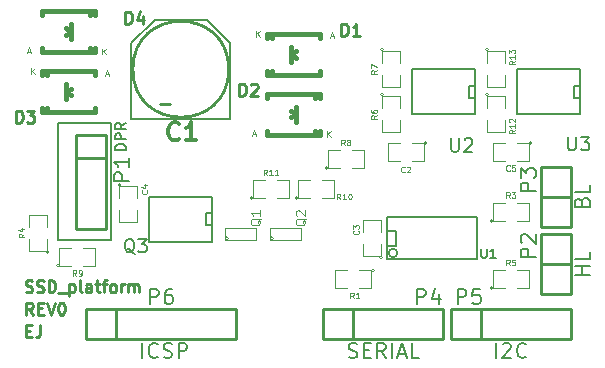
<source format=gto>
%FSLAX34Y34*%
G04 Gerber Fmt 3.4, Leading zero omitted, Abs format*
G04 (created by PCBNEW (2014-jan-25)-product) date lör  3 maj 2014 21:13:59*
%MOIN*%
G01*
G70*
G90*
G04 APERTURE LIST*
%ADD10C,0.003937*%
%ADD11C,0.009843*%
%ADD12C,0.006500*%
%ADD13C,0.006000*%
%ADD14C,0.005000*%
%ADD15C,0.003100*%
%ADD16C,0.005906*%
%ADD17C,0.010000*%
%ADD18C,0.003900*%
%ADD19C,0.015000*%
%ADD20C,0.004700*%
%ADD21C,0.012000*%
%ADD22C,0.008000*%
%ADD23C,0.004300*%
G04 APERTURE END LIST*
G54D10*
G54D11*
X10593Y-19971D02*
X10724Y-19971D01*
X10781Y-20178D02*
X10593Y-20178D01*
X10593Y-19784D01*
X10781Y-19784D01*
X11062Y-19784D02*
X11062Y-20065D01*
X11043Y-20121D01*
X11006Y-20159D01*
X10949Y-20178D01*
X10912Y-20178D01*
X10818Y-19428D02*
X10687Y-19240D01*
X10593Y-19428D02*
X10593Y-19034D01*
X10743Y-19034D01*
X10781Y-19053D01*
X10799Y-19071D01*
X10818Y-19109D01*
X10818Y-19165D01*
X10799Y-19203D01*
X10781Y-19221D01*
X10743Y-19240D01*
X10593Y-19240D01*
X10987Y-19221D02*
X11118Y-19221D01*
X11174Y-19428D02*
X10987Y-19428D01*
X10987Y-19034D01*
X11174Y-19034D01*
X11287Y-19034D02*
X11418Y-19428D01*
X11549Y-19034D01*
X11756Y-19034D02*
X11793Y-19034D01*
X11831Y-19053D01*
X11849Y-19071D01*
X11868Y-19109D01*
X11887Y-19184D01*
X11887Y-19278D01*
X11868Y-19353D01*
X11849Y-19390D01*
X11831Y-19409D01*
X11793Y-19428D01*
X11756Y-19428D01*
X11718Y-19409D01*
X11699Y-19390D01*
X11681Y-19353D01*
X11662Y-19278D01*
X11662Y-19184D01*
X11681Y-19109D01*
X11699Y-19071D01*
X11718Y-19053D01*
X11756Y-19034D01*
X10574Y-18659D02*
X10631Y-18678D01*
X10724Y-18678D01*
X10762Y-18659D01*
X10781Y-18640D01*
X10799Y-18603D01*
X10799Y-18565D01*
X10781Y-18528D01*
X10762Y-18509D01*
X10724Y-18490D01*
X10649Y-18471D01*
X10612Y-18453D01*
X10593Y-18434D01*
X10574Y-18396D01*
X10574Y-18359D01*
X10593Y-18321D01*
X10612Y-18303D01*
X10649Y-18284D01*
X10743Y-18284D01*
X10799Y-18303D01*
X10949Y-18659D02*
X11006Y-18678D01*
X11099Y-18678D01*
X11137Y-18659D01*
X11156Y-18640D01*
X11174Y-18603D01*
X11174Y-18565D01*
X11156Y-18528D01*
X11137Y-18509D01*
X11099Y-18490D01*
X11024Y-18471D01*
X10987Y-18453D01*
X10968Y-18434D01*
X10949Y-18396D01*
X10949Y-18359D01*
X10968Y-18321D01*
X10987Y-18303D01*
X11024Y-18284D01*
X11118Y-18284D01*
X11174Y-18303D01*
X11343Y-18678D02*
X11343Y-18284D01*
X11437Y-18284D01*
X11493Y-18303D01*
X11531Y-18340D01*
X11549Y-18378D01*
X11568Y-18453D01*
X11568Y-18509D01*
X11549Y-18584D01*
X11531Y-18621D01*
X11493Y-18659D01*
X11437Y-18678D01*
X11343Y-18678D01*
X11643Y-18715D02*
X11943Y-18715D01*
X12037Y-18415D02*
X12037Y-18809D01*
X12037Y-18434D02*
X12074Y-18415D01*
X12149Y-18415D01*
X12187Y-18434D01*
X12206Y-18453D01*
X12224Y-18490D01*
X12224Y-18603D01*
X12206Y-18640D01*
X12187Y-18659D01*
X12149Y-18678D01*
X12074Y-18678D01*
X12037Y-18659D01*
X12449Y-18678D02*
X12412Y-18659D01*
X12393Y-18621D01*
X12393Y-18284D01*
X12768Y-18678D02*
X12768Y-18471D01*
X12749Y-18434D01*
X12712Y-18415D01*
X12637Y-18415D01*
X12599Y-18434D01*
X12768Y-18659D02*
X12730Y-18678D01*
X12637Y-18678D01*
X12599Y-18659D01*
X12580Y-18621D01*
X12580Y-18584D01*
X12599Y-18546D01*
X12637Y-18528D01*
X12730Y-18528D01*
X12768Y-18509D01*
X12899Y-18415D02*
X13049Y-18415D01*
X12955Y-18284D02*
X12955Y-18621D01*
X12974Y-18659D01*
X13012Y-18678D01*
X13049Y-18678D01*
X13124Y-18415D02*
X13274Y-18415D01*
X13180Y-18678D02*
X13180Y-18340D01*
X13199Y-18303D01*
X13237Y-18284D01*
X13274Y-18284D01*
X13462Y-18678D02*
X13424Y-18659D01*
X13405Y-18640D01*
X13387Y-18603D01*
X13387Y-18490D01*
X13405Y-18453D01*
X13424Y-18434D01*
X13462Y-18415D01*
X13518Y-18415D01*
X13555Y-18434D01*
X13574Y-18453D01*
X13593Y-18490D01*
X13593Y-18603D01*
X13574Y-18640D01*
X13555Y-18659D01*
X13518Y-18678D01*
X13462Y-18678D01*
X13762Y-18678D02*
X13762Y-18415D01*
X13762Y-18490D02*
X13780Y-18453D01*
X13799Y-18434D01*
X13837Y-18415D01*
X13874Y-18415D01*
X14005Y-18678D02*
X14005Y-18415D01*
X14005Y-18453D02*
X14024Y-18434D01*
X14062Y-18415D01*
X14118Y-18415D01*
X14155Y-18434D01*
X14174Y-18471D01*
X14174Y-18678D01*
X14174Y-18471D02*
X14193Y-18434D01*
X14230Y-18415D01*
X14287Y-18415D01*
X14324Y-18434D01*
X14343Y-18471D01*
X14343Y-18678D01*
G54D12*
X25625Y-16175D02*
X22625Y-16175D01*
X22625Y-17575D02*
X25625Y-17575D01*
X25625Y-16175D02*
X25625Y-17575D01*
G54D13*
X22625Y-17575D02*
X22625Y-16175D01*
G54D14*
X22966Y-17375D02*
G75*
G03X22966Y-17375I-141J0D01*
G74*
G01*
X22625Y-16625D02*
X22925Y-16625D01*
X22925Y-16625D02*
X22925Y-17125D01*
X22925Y-17125D02*
X22625Y-17125D01*
G54D15*
X18849Y-16888D02*
G75*
G03X18849Y-16888I-62J0D01*
G74*
G01*
X19750Y-16550D02*
X19750Y-16950D01*
X18725Y-16550D02*
X18725Y-16950D01*
X19750Y-16950D02*
X18725Y-16950D01*
X18725Y-16550D02*
X19750Y-16550D01*
X17349Y-16888D02*
G75*
G03X17349Y-16888I-62J0D01*
G74*
G01*
X18250Y-16550D02*
X18250Y-16950D01*
X17225Y-16550D02*
X17225Y-16950D01*
X18250Y-16950D02*
X17225Y-16950D01*
X17225Y-16550D02*
X18250Y-16550D01*
G54D16*
X14096Y-10383D02*
X14096Y-12903D01*
X16616Y-9596D02*
X14883Y-9596D01*
X17403Y-10383D02*
X17403Y-12903D01*
X14096Y-10383D02*
X14883Y-9596D01*
X17403Y-10383D02*
X16616Y-9596D01*
X14096Y-12903D02*
X17403Y-12903D01*
G54D17*
X17350Y-11250D02*
G75*
G03X17350Y-11250I-1600J0D01*
G74*
G01*
X15400Y-12400D02*
X15050Y-12400D01*
G54D14*
X29050Y-11300D02*
X29050Y-11250D01*
X29050Y-11250D02*
X26950Y-11250D01*
X26950Y-12750D02*
X29050Y-12750D01*
X29050Y-12750D02*
X29050Y-11300D01*
X29050Y-12200D02*
X28850Y-12200D01*
X28850Y-12200D02*
X28850Y-11800D01*
X28850Y-11800D02*
X29050Y-11800D01*
X26950Y-12750D02*
X26950Y-11250D01*
X25550Y-11300D02*
X25550Y-11250D01*
X25550Y-11250D02*
X23450Y-11250D01*
X23450Y-12750D02*
X25550Y-12750D01*
X25550Y-12750D02*
X25550Y-11300D01*
X25550Y-12200D02*
X25350Y-12200D01*
X25350Y-12200D02*
X25350Y-11800D01*
X25350Y-11800D02*
X25550Y-11800D01*
X23450Y-12750D02*
X23450Y-11250D01*
G54D16*
X13419Y-13051D02*
X11647Y-13051D01*
X11647Y-13051D02*
X11647Y-16948D01*
X11647Y-16948D02*
X13419Y-16948D01*
X13419Y-16948D02*
X13419Y-13051D01*
G54D17*
X13242Y-13425D02*
X12257Y-13425D01*
X12257Y-13425D02*
X12257Y-16574D01*
X12257Y-16574D02*
X13242Y-16574D01*
X13242Y-16574D02*
X13242Y-13425D01*
X13242Y-14212D02*
X12257Y-14212D01*
X27750Y-17750D02*
X28750Y-17750D01*
X27750Y-18750D02*
X28750Y-18750D01*
X28750Y-18750D02*
X28750Y-17750D01*
X28750Y-17750D02*
X28750Y-16750D01*
X28750Y-16750D02*
X27750Y-16750D01*
X27750Y-16750D02*
X27750Y-18750D01*
X27750Y-15500D02*
X28750Y-15500D01*
X27750Y-16500D02*
X28750Y-16500D01*
X28750Y-16500D02*
X28750Y-15500D01*
X28750Y-15500D02*
X28750Y-14500D01*
X28750Y-14500D02*
X27750Y-14500D01*
X27750Y-14500D02*
X27750Y-16500D01*
G54D14*
X16800Y-15550D02*
X16800Y-15500D01*
X16800Y-15500D02*
X14700Y-15500D01*
X14700Y-17000D02*
X16800Y-17000D01*
X16800Y-17000D02*
X16800Y-15550D01*
X16800Y-16450D02*
X16600Y-16450D01*
X16600Y-16450D02*
X16600Y-16050D01*
X16600Y-16050D02*
X16800Y-16050D01*
X14700Y-17000D02*
X14700Y-15500D01*
G54D17*
X21500Y-20250D02*
X24500Y-20250D01*
X21500Y-19250D02*
X24500Y-19250D01*
X20500Y-19250D02*
X21500Y-19250D01*
X24500Y-20250D02*
X24500Y-19250D01*
X21500Y-19250D02*
X21500Y-20250D01*
X20500Y-19250D02*
X20500Y-20250D01*
X20500Y-20250D02*
X21500Y-20250D01*
X25750Y-20250D02*
X28750Y-20250D01*
X25750Y-19250D02*
X28750Y-19250D01*
X24750Y-19250D02*
X25750Y-19250D01*
X28750Y-20250D02*
X28750Y-19250D01*
X25750Y-19250D02*
X25750Y-20250D01*
X24750Y-19250D02*
X24750Y-20250D01*
X24750Y-20250D02*
X25750Y-20250D01*
G54D18*
X22475Y-17525D02*
G75*
G03X22475Y-17525I-50J0D01*
G74*
G01*
X22425Y-17075D02*
X22425Y-17475D01*
X22425Y-17475D02*
X21825Y-17475D01*
X21825Y-17475D02*
X21825Y-17075D01*
X21825Y-16675D02*
X21825Y-16275D01*
X21825Y-16275D02*
X22425Y-16275D01*
X22425Y-16275D02*
X22425Y-16675D01*
X13750Y-15100D02*
G75*
G03X13750Y-15100I-50J0D01*
G74*
G01*
X13700Y-15550D02*
X13700Y-15150D01*
X13700Y-15150D02*
X14300Y-15150D01*
X14300Y-15150D02*
X14300Y-15550D01*
X14300Y-15950D02*
X14300Y-16350D01*
X14300Y-16350D02*
X13700Y-16350D01*
X13700Y-16350D02*
X13700Y-15950D01*
X22200Y-17950D02*
G75*
G03X22200Y-17950I-50J0D01*
G74*
G01*
X21700Y-17950D02*
X22100Y-17950D01*
X22100Y-17950D02*
X22100Y-18550D01*
X22100Y-18550D02*
X21700Y-18550D01*
X21300Y-18550D02*
X20900Y-18550D01*
X20900Y-18550D02*
X20900Y-17950D01*
X20900Y-17950D02*
X21300Y-17950D01*
X26150Y-16300D02*
G75*
G03X26150Y-16300I-50J0D01*
G74*
G01*
X26550Y-16300D02*
X26150Y-16300D01*
X26150Y-16300D02*
X26150Y-15700D01*
X26150Y-15700D02*
X26550Y-15700D01*
X26950Y-15700D02*
X27350Y-15700D01*
X27350Y-15700D02*
X27350Y-16300D01*
X27350Y-16300D02*
X26950Y-16300D01*
X11350Y-17350D02*
G75*
G03X11350Y-17350I-50J0D01*
G74*
G01*
X11300Y-16900D02*
X11300Y-17300D01*
X11300Y-17300D02*
X10700Y-17300D01*
X10700Y-17300D02*
X10700Y-16900D01*
X10700Y-16500D02*
X10700Y-16100D01*
X10700Y-16100D02*
X11300Y-16100D01*
X11300Y-16100D02*
X11300Y-16500D01*
X26150Y-18550D02*
G75*
G03X26150Y-18550I-50J0D01*
G74*
G01*
X26550Y-18550D02*
X26150Y-18550D01*
X26150Y-18550D02*
X26150Y-17950D01*
X26150Y-17950D02*
X26550Y-17950D01*
X26950Y-17950D02*
X27350Y-17950D01*
X27350Y-17950D02*
X27350Y-18550D01*
X27350Y-18550D02*
X26950Y-18550D01*
X22500Y-12100D02*
G75*
G03X22500Y-12100I-50J0D01*
G74*
G01*
X22450Y-12550D02*
X22450Y-12150D01*
X22450Y-12150D02*
X23050Y-12150D01*
X23050Y-12150D02*
X23050Y-12550D01*
X23050Y-12950D02*
X23050Y-13350D01*
X23050Y-13350D02*
X22450Y-13350D01*
X22450Y-13350D02*
X22450Y-12950D01*
X22500Y-10600D02*
G75*
G03X22500Y-10600I-50J0D01*
G74*
G01*
X22450Y-11050D02*
X22450Y-10650D01*
X22450Y-10650D02*
X23050Y-10650D01*
X23050Y-10650D02*
X23050Y-11050D01*
X23050Y-11450D02*
X23050Y-11850D01*
X23050Y-11850D02*
X22450Y-11850D01*
X22450Y-11850D02*
X22450Y-11450D01*
X20650Y-14550D02*
G75*
G03X20650Y-14550I-50J0D01*
G74*
G01*
X21050Y-14550D02*
X20650Y-14550D01*
X20650Y-14550D02*
X20650Y-13950D01*
X20650Y-13950D02*
X21050Y-13950D01*
X21450Y-13950D02*
X21850Y-13950D01*
X21850Y-13950D02*
X21850Y-14550D01*
X21850Y-14550D02*
X21450Y-14550D01*
X11700Y-17800D02*
G75*
G03X11700Y-17800I-50J0D01*
G74*
G01*
X12100Y-17800D02*
X11700Y-17800D01*
X11700Y-17800D02*
X11700Y-17200D01*
X11700Y-17200D02*
X12100Y-17200D01*
X12500Y-17200D02*
X12900Y-17200D01*
X12900Y-17200D02*
X12900Y-17800D01*
X12900Y-17800D02*
X12500Y-17800D01*
X19650Y-15550D02*
G75*
G03X19650Y-15550I-50J0D01*
G74*
G01*
X20050Y-15550D02*
X19650Y-15550D01*
X19650Y-15550D02*
X19650Y-14950D01*
X19650Y-14950D02*
X20050Y-14950D01*
X20450Y-14950D02*
X20850Y-14950D01*
X20850Y-14950D02*
X20850Y-15550D01*
X20850Y-15550D02*
X20450Y-15550D01*
X18150Y-15550D02*
G75*
G03X18150Y-15550I-50J0D01*
G74*
G01*
X18550Y-15550D02*
X18150Y-15550D01*
X18150Y-15550D02*
X18150Y-14950D01*
X18150Y-14950D02*
X18550Y-14950D01*
X18950Y-14950D02*
X19350Y-14950D01*
X19350Y-14950D02*
X19350Y-15550D01*
X19350Y-15550D02*
X18950Y-15550D01*
X26000Y-12100D02*
G75*
G03X26000Y-12100I-50J0D01*
G74*
G01*
X25950Y-12550D02*
X25950Y-12150D01*
X25950Y-12150D02*
X26550Y-12150D01*
X26550Y-12150D02*
X26550Y-12550D01*
X26550Y-12950D02*
X26550Y-13350D01*
X26550Y-13350D02*
X25950Y-13350D01*
X25950Y-13350D02*
X25950Y-12950D01*
X26000Y-10600D02*
G75*
G03X26000Y-10600I-50J0D01*
G74*
G01*
X25950Y-11050D02*
X25950Y-10650D01*
X25950Y-10650D02*
X26550Y-10650D01*
X26550Y-10650D02*
X26550Y-11050D01*
X26550Y-11450D02*
X26550Y-11850D01*
X26550Y-11850D02*
X25950Y-11850D01*
X25950Y-11850D02*
X25950Y-11450D01*
G54D19*
X19579Y-12494D02*
X19579Y-13006D01*
X19579Y-12750D02*
X19421Y-12848D01*
X19579Y-12750D02*
X19421Y-12632D01*
X20209Y-13439D02*
X20209Y-13301D01*
X20209Y-12061D02*
X20209Y-12199D01*
X20386Y-13439D02*
X20386Y-13301D01*
X18614Y-13439D02*
X18614Y-13301D01*
X18614Y-12061D02*
X18614Y-12199D01*
X20386Y-12061D02*
X20386Y-12199D01*
X18614Y-13439D02*
X20386Y-13439D01*
X18614Y-12061D02*
X20386Y-12061D01*
X19421Y-11006D02*
X19421Y-10494D01*
X19421Y-10750D02*
X19579Y-10652D01*
X19421Y-10750D02*
X19579Y-10868D01*
X18791Y-10061D02*
X18791Y-10199D01*
X18791Y-11439D02*
X18791Y-11301D01*
X18614Y-10061D02*
X18614Y-10199D01*
X20386Y-10061D02*
X20386Y-10199D01*
X20386Y-11439D02*
X20386Y-11301D01*
X18614Y-11439D02*
X18614Y-11301D01*
X20386Y-10061D02*
X18614Y-10061D01*
X20386Y-11439D02*
X18614Y-11439D01*
X11921Y-12256D02*
X11921Y-11744D01*
X11921Y-12000D02*
X12079Y-11902D01*
X11921Y-12000D02*
X12079Y-12118D01*
X11291Y-11311D02*
X11291Y-11449D01*
X11291Y-12689D02*
X11291Y-12551D01*
X11114Y-11311D02*
X11114Y-11449D01*
X12886Y-11311D02*
X12886Y-11449D01*
X12886Y-12689D02*
X12886Y-12551D01*
X11114Y-12689D02*
X11114Y-12551D01*
X12886Y-11311D02*
X11114Y-11311D01*
X12886Y-12689D02*
X11114Y-12689D01*
X12079Y-9744D02*
X12079Y-10256D01*
X12079Y-10000D02*
X11921Y-10098D01*
X12079Y-10000D02*
X11921Y-9882D01*
X12709Y-10689D02*
X12709Y-10551D01*
X12709Y-9311D02*
X12709Y-9449D01*
X12886Y-10689D02*
X12886Y-10551D01*
X11114Y-10689D02*
X11114Y-10551D01*
X11114Y-9311D02*
X11114Y-9449D01*
X12886Y-9311D02*
X12886Y-9449D01*
X11114Y-10689D02*
X12886Y-10689D01*
X11114Y-9311D02*
X12886Y-9311D01*
G54D18*
X23950Y-13700D02*
G75*
G03X23950Y-13700I-50J0D01*
G74*
G01*
X23450Y-13700D02*
X23850Y-13700D01*
X23850Y-13700D02*
X23850Y-14300D01*
X23850Y-14300D02*
X23450Y-14300D01*
X23050Y-14300D02*
X22650Y-14300D01*
X22650Y-14300D02*
X22650Y-13700D01*
X22650Y-13700D02*
X23050Y-13700D01*
X27450Y-13700D02*
G75*
G03X27450Y-13700I-50J0D01*
G74*
G01*
X26950Y-13700D02*
X27350Y-13700D01*
X27350Y-13700D02*
X27350Y-14300D01*
X27350Y-14300D02*
X26950Y-14300D01*
X26550Y-14300D02*
X26150Y-14300D01*
X26150Y-14300D02*
X26150Y-13700D01*
X26150Y-13700D02*
X26550Y-13700D01*
G54D17*
X13600Y-19250D02*
X17600Y-19250D01*
X17600Y-19250D02*
X17600Y-20250D01*
X17600Y-20250D02*
X13600Y-20250D01*
X12600Y-19250D02*
X13600Y-19250D01*
X13600Y-19250D02*
X13600Y-20250D01*
X12600Y-19250D02*
X12600Y-20250D01*
X12600Y-20250D02*
X13600Y-20250D01*
G54D14*
X25771Y-17235D02*
X25771Y-17478D01*
X25785Y-17507D01*
X25800Y-17521D01*
X25828Y-17535D01*
X25885Y-17535D01*
X25914Y-17521D01*
X25928Y-17507D01*
X25942Y-17478D01*
X25942Y-17235D01*
X26242Y-17535D02*
X26071Y-17535D01*
X26157Y-17535D02*
X26157Y-17235D01*
X26128Y-17278D01*
X26100Y-17307D01*
X26071Y-17321D01*
G54D20*
X19914Y-16228D02*
X19900Y-16257D01*
X19871Y-16285D01*
X19828Y-16328D01*
X19814Y-16357D01*
X19814Y-16385D01*
X19885Y-16371D02*
X19871Y-16400D01*
X19842Y-16428D01*
X19785Y-16442D01*
X19685Y-16442D01*
X19628Y-16428D01*
X19600Y-16400D01*
X19585Y-16371D01*
X19585Y-16314D01*
X19600Y-16285D01*
X19628Y-16257D01*
X19685Y-16242D01*
X19785Y-16242D01*
X19842Y-16257D01*
X19871Y-16285D01*
X19885Y-16314D01*
X19885Y-16371D01*
X19614Y-16128D02*
X19600Y-16114D01*
X19585Y-16085D01*
X19585Y-16014D01*
X19600Y-15985D01*
X19614Y-15971D01*
X19642Y-15957D01*
X19671Y-15957D01*
X19714Y-15971D01*
X19885Y-16142D01*
X19885Y-15957D01*
X18414Y-16228D02*
X18400Y-16257D01*
X18371Y-16285D01*
X18328Y-16328D01*
X18314Y-16357D01*
X18314Y-16385D01*
X18385Y-16371D02*
X18371Y-16400D01*
X18342Y-16428D01*
X18285Y-16442D01*
X18185Y-16442D01*
X18128Y-16428D01*
X18100Y-16400D01*
X18085Y-16371D01*
X18085Y-16314D01*
X18100Y-16285D01*
X18128Y-16257D01*
X18185Y-16242D01*
X18285Y-16242D01*
X18342Y-16257D01*
X18371Y-16285D01*
X18385Y-16314D01*
X18385Y-16371D01*
X18385Y-15957D02*
X18385Y-16128D01*
X18385Y-16042D02*
X18085Y-16042D01*
X18128Y-16071D01*
X18157Y-16100D01*
X18171Y-16128D01*
G54D21*
X15700Y-13564D02*
X15671Y-13592D01*
X15585Y-13621D01*
X15528Y-13621D01*
X15442Y-13592D01*
X15385Y-13535D01*
X15357Y-13478D01*
X15328Y-13364D01*
X15328Y-13278D01*
X15357Y-13164D01*
X15385Y-13107D01*
X15442Y-13050D01*
X15528Y-13021D01*
X15585Y-13021D01*
X15671Y-13050D01*
X15700Y-13078D01*
X16271Y-13621D02*
X15928Y-13621D01*
X16100Y-13621D02*
X16100Y-13021D01*
X16042Y-13107D01*
X15985Y-13164D01*
X15928Y-13192D01*
G54D13*
X28657Y-13503D02*
X28657Y-13867D01*
X28678Y-13910D01*
X28700Y-13932D01*
X28742Y-13953D01*
X28828Y-13953D01*
X28871Y-13932D01*
X28892Y-13910D01*
X28914Y-13867D01*
X28914Y-13503D01*
X29085Y-13503D02*
X29364Y-13503D01*
X29214Y-13675D01*
X29278Y-13675D01*
X29321Y-13696D01*
X29342Y-13717D01*
X29364Y-13760D01*
X29364Y-13867D01*
X29342Y-13910D01*
X29321Y-13932D01*
X29278Y-13953D01*
X29150Y-13953D01*
X29107Y-13932D01*
X29085Y-13910D01*
X24757Y-13553D02*
X24757Y-13917D01*
X24778Y-13960D01*
X24800Y-13982D01*
X24842Y-14003D01*
X24928Y-14003D01*
X24971Y-13982D01*
X24992Y-13960D01*
X25014Y-13917D01*
X25014Y-13553D01*
X25207Y-13596D02*
X25228Y-13575D01*
X25271Y-13553D01*
X25378Y-13553D01*
X25421Y-13575D01*
X25442Y-13596D01*
X25464Y-13639D01*
X25464Y-13682D01*
X25442Y-13746D01*
X25185Y-14003D01*
X25464Y-14003D01*
G54D22*
X14026Y-14969D02*
X13526Y-14969D01*
X13526Y-14778D01*
X13550Y-14730D01*
X13573Y-14707D01*
X13621Y-14683D01*
X13692Y-14683D01*
X13740Y-14707D01*
X13764Y-14730D01*
X13788Y-14778D01*
X13788Y-14969D01*
X14026Y-14207D02*
X14026Y-14492D01*
X14026Y-14350D02*
X13526Y-14350D01*
X13597Y-14397D01*
X13645Y-14445D01*
X13669Y-14492D01*
X13908Y-13941D02*
X13558Y-13941D01*
X13558Y-13858D01*
X13575Y-13808D01*
X13608Y-13775D01*
X13641Y-13758D01*
X13708Y-13741D01*
X13758Y-13741D01*
X13825Y-13758D01*
X13858Y-13775D01*
X13891Y-13808D01*
X13908Y-13858D01*
X13908Y-13941D01*
X13908Y-13591D02*
X13558Y-13591D01*
X13558Y-13458D01*
X13575Y-13425D01*
X13591Y-13408D01*
X13625Y-13391D01*
X13675Y-13391D01*
X13708Y-13408D01*
X13725Y-13425D01*
X13741Y-13458D01*
X13741Y-13591D01*
X13908Y-13041D02*
X13741Y-13158D01*
X13908Y-13241D02*
X13558Y-13241D01*
X13558Y-13108D01*
X13575Y-13075D01*
X13591Y-13058D01*
X13625Y-13041D01*
X13675Y-13041D01*
X13708Y-13058D01*
X13725Y-13075D01*
X13741Y-13108D01*
X13741Y-13241D01*
X27576Y-17519D02*
X27076Y-17519D01*
X27076Y-17328D01*
X27100Y-17280D01*
X27123Y-17257D01*
X27171Y-17233D01*
X27242Y-17233D01*
X27290Y-17257D01*
X27314Y-17280D01*
X27338Y-17328D01*
X27338Y-17519D01*
X27123Y-17042D02*
X27100Y-17019D01*
X27076Y-16971D01*
X27076Y-16852D01*
X27100Y-16804D01*
X27123Y-16780D01*
X27171Y-16757D01*
X27219Y-16757D01*
X27290Y-16780D01*
X27576Y-17066D01*
X27576Y-16757D01*
X29376Y-18095D02*
X28876Y-18095D01*
X29114Y-18095D02*
X29114Y-17809D01*
X29376Y-17809D02*
X28876Y-17809D01*
X29376Y-17333D02*
X29376Y-17571D01*
X28876Y-17571D01*
X27576Y-15319D02*
X27076Y-15319D01*
X27076Y-15128D01*
X27100Y-15080D01*
X27123Y-15057D01*
X27171Y-15033D01*
X27242Y-15033D01*
X27290Y-15057D01*
X27314Y-15080D01*
X27338Y-15128D01*
X27338Y-15319D01*
X27076Y-14866D02*
X27076Y-14557D01*
X27266Y-14723D01*
X27266Y-14652D01*
X27290Y-14604D01*
X27314Y-14580D01*
X27361Y-14557D01*
X27480Y-14557D01*
X27528Y-14580D01*
X27552Y-14604D01*
X27576Y-14652D01*
X27576Y-14795D01*
X27552Y-14842D01*
X27528Y-14866D01*
X29114Y-15666D02*
X29138Y-15595D01*
X29161Y-15571D01*
X29209Y-15547D01*
X29280Y-15547D01*
X29328Y-15571D01*
X29352Y-15595D01*
X29376Y-15642D01*
X29376Y-15833D01*
X28876Y-15833D01*
X28876Y-15666D01*
X28900Y-15619D01*
X28923Y-15595D01*
X28971Y-15571D01*
X29019Y-15571D01*
X29066Y-15595D01*
X29090Y-15619D01*
X29114Y-15666D01*
X29114Y-15833D01*
X29376Y-15095D02*
X29376Y-15333D01*
X28876Y-15333D01*
G54D13*
X14207Y-17396D02*
X14164Y-17375D01*
X14121Y-17332D01*
X14057Y-17267D01*
X14014Y-17246D01*
X13971Y-17246D01*
X13992Y-17353D02*
X13950Y-17332D01*
X13907Y-17289D01*
X13885Y-17203D01*
X13885Y-17053D01*
X13907Y-16967D01*
X13950Y-16925D01*
X13992Y-16903D01*
X14078Y-16903D01*
X14121Y-16925D01*
X14164Y-16967D01*
X14185Y-17053D01*
X14185Y-17203D01*
X14164Y-17289D01*
X14121Y-17332D01*
X14078Y-17353D01*
X13992Y-17353D01*
X14335Y-16903D02*
X14614Y-16903D01*
X14464Y-17075D01*
X14528Y-17075D01*
X14571Y-17096D01*
X14592Y-17117D01*
X14614Y-17160D01*
X14614Y-17267D01*
X14592Y-17310D01*
X14571Y-17332D01*
X14528Y-17353D01*
X14400Y-17353D01*
X14357Y-17332D01*
X14335Y-17310D01*
G54D22*
X23630Y-19076D02*
X23630Y-18576D01*
X23821Y-18576D01*
X23869Y-18600D01*
X23892Y-18623D01*
X23916Y-18671D01*
X23916Y-18742D01*
X23892Y-18790D01*
X23869Y-18814D01*
X23821Y-18838D01*
X23630Y-18838D01*
X24345Y-18742D02*
X24345Y-19076D01*
X24226Y-18552D02*
X24107Y-18909D01*
X24416Y-18909D01*
X21345Y-20852D02*
X21416Y-20876D01*
X21535Y-20876D01*
X21583Y-20852D01*
X21607Y-20828D01*
X21630Y-20780D01*
X21630Y-20733D01*
X21607Y-20685D01*
X21583Y-20661D01*
X21535Y-20638D01*
X21440Y-20614D01*
X21392Y-20590D01*
X21369Y-20566D01*
X21345Y-20519D01*
X21345Y-20471D01*
X21369Y-20423D01*
X21392Y-20400D01*
X21440Y-20376D01*
X21559Y-20376D01*
X21630Y-20400D01*
X21845Y-20614D02*
X22011Y-20614D01*
X22083Y-20876D02*
X21845Y-20876D01*
X21845Y-20376D01*
X22083Y-20376D01*
X22583Y-20876D02*
X22416Y-20638D01*
X22297Y-20876D02*
X22297Y-20376D01*
X22488Y-20376D01*
X22535Y-20400D01*
X22559Y-20423D01*
X22583Y-20471D01*
X22583Y-20542D01*
X22559Y-20590D01*
X22535Y-20614D01*
X22488Y-20638D01*
X22297Y-20638D01*
X22797Y-20876D02*
X22797Y-20376D01*
X23011Y-20733D02*
X23250Y-20733D01*
X22964Y-20876D02*
X23130Y-20376D01*
X23297Y-20876D01*
X23702Y-20876D02*
X23464Y-20876D01*
X23464Y-20376D01*
X24980Y-19076D02*
X24980Y-18576D01*
X25171Y-18576D01*
X25219Y-18600D01*
X25242Y-18623D01*
X25266Y-18671D01*
X25266Y-18742D01*
X25242Y-18790D01*
X25219Y-18814D01*
X25171Y-18838D01*
X24980Y-18838D01*
X25719Y-18576D02*
X25480Y-18576D01*
X25457Y-18814D01*
X25480Y-18790D01*
X25528Y-18766D01*
X25647Y-18766D01*
X25695Y-18790D01*
X25719Y-18814D01*
X25742Y-18861D01*
X25742Y-18980D01*
X25719Y-19028D01*
X25695Y-19052D01*
X25647Y-19076D01*
X25528Y-19076D01*
X25480Y-19052D01*
X25457Y-19028D01*
X26261Y-20876D02*
X26261Y-20376D01*
X26476Y-20423D02*
X26500Y-20400D01*
X26547Y-20376D01*
X26666Y-20376D01*
X26714Y-20400D01*
X26738Y-20423D01*
X26761Y-20471D01*
X26761Y-20519D01*
X26738Y-20590D01*
X26452Y-20876D01*
X26761Y-20876D01*
X27261Y-20828D02*
X27238Y-20852D01*
X27166Y-20876D01*
X27119Y-20876D01*
X27047Y-20852D01*
X27000Y-20804D01*
X26976Y-20757D01*
X26952Y-20661D01*
X26952Y-20590D01*
X26976Y-20495D01*
X27000Y-20447D01*
X27047Y-20400D01*
X27119Y-20376D01*
X27166Y-20376D01*
X27238Y-20400D01*
X27261Y-20423D01*
G54D23*
X21670Y-16632D02*
X21679Y-16642D01*
X21689Y-16670D01*
X21689Y-16689D01*
X21679Y-16717D01*
X21660Y-16736D01*
X21642Y-16745D01*
X21604Y-16754D01*
X21576Y-16754D01*
X21539Y-16745D01*
X21520Y-16736D01*
X21501Y-16717D01*
X21492Y-16689D01*
X21492Y-16670D01*
X21501Y-16642D01*
X21510Y-16632D01*
X21492Y-16567D02*
X21492Y-16445D01*
X21567Y-16510D01*
X21567Y-16482D01*
X21576Y-16463D01*
X21585Y-16454D01*
X21604Y-16445D01*
X21651Y-16445D01*
X21670Y-16454D01*
X21679Y-16463D01*
X21689Y-16482D01*
X21689Y-16539D01*
X21679Y-16557D01*
X21670Y-16567D01*
X14620Y-15282D02*
X14629Y-15292D01*
X14639Y-15320D01*
X14639Y-15339D01*
X14629Y-15367D01*
X14610Y-15386D01*
X14592Y-15395D01*
X14554Y-15404D01*
X14526Y-15404D01*
X14489Y-15395D01*
X14470Y-15386D01*
X14451Y-15367D01*
X14442Y-15339D01*
X14442Y-15320D01*
X14451Y-15292D01*
X14460Y-15282D01*
X14507Y-15113D02*
X14639Y-15113D01*
X14432Y-15160D02*
X14573Y-15207D01*
X14573Y-15085D01*
X21517Y-18889D02*
X21451Y-18795D01*
X21404Y-18889D02*
X21404Y-18692D01*
X21479Y-18692D01*
X21498Y-18701D01*
X21507Y-18710D01*
X21517Y-18729D01*
X21517Y-18757D01*
X21507Y-18776D01*
X21498Y-18785D01*
X21479Y-18795D01*
X21404Y-18795D01*
X21704Y-18889D02*
X21592Y-18889D01*
X21648Y-18889D02*
X21648Y-18692D01*
X21629Y-18720D01*
X21610Y-18739D01*
X21592Y-18748D01*
X26717Y-15539D02*
X26651Y-15445D01*
X26604Y-15539D02*
X26604Y-15342D01*
X26679Y-15342D01*
X26698Y-15351D01*
X26707Y-15360D01*
X26717Y-15379D01*
X26717Y-15407D01*
X26707Y-15426D01*
X26698Y-15435D01*
X26679Y-15445D01*
X26604Y-15445D01*
X26782Y-15342D02*
X26904Y-15342D01*
X26839Y-15417D01*
X26867Y-15417D01*
X26886Y-15426D01*
X26895Y-15435D01*
X26904Y-15454D01*
X26904Y-15501D01*
X26895Y-15520D01*
X26886Y-15529D01*
X26867Y-15539D01*
X26810Y-15539D01*
X26792Y-15529D01*
X26782Y-15520D01*
X10539Y-16732D02*
X10445Y-16798D01*
X10539Y-16845D02*
X10342Y-16845D01*
X10342Y-16770D01*
X10351Y-16751D01*
X10360Y-16742D01*
X10379Y-16732D01*
X10407Y-16732D01*
X10426Y-16742D01*
X10435Y-16751D01*
X10445Y-16770D01*
X10445Y-16845D01*
X10407Y-16563D02*
X10539Y-16563D01*
X10332Y-16610D02*
X10473Y-16657D01*
X10473Y-16535D01*
X26717Y-17789D02*
X26651Y-17695D01*
X26604Y-17789D02*
X26604Y-17592D01*
X26679Y-17592D01*
X26698Y-17601D01*
X26707Y-17610D01*
X26717Y-17629D01*
X26717Y-17657D01*
X26707Y-17676D01*
X26698Y-17685D01*
X26679Y-17695D01*
X26604Y-17695D01*
X26895Y-17592D02*
X26801Y-17592D01*
X26792Y-17685D01*
X26801Y-17676D01*
X26820Y-17667D01*
X26867Y-17667D01*
X26886Y-17676D01*
X26895Y-17685D01*
X26904Y-17704D01*
X26904Y-17751D01*
X26895Y-17770D01*
X26886Y-17779D01*
X26867Y-17789D01*
X26820Y-17789D01*
X26801Y-17779D01*
X26792Y-17770D01*
X22289Y-12782D02*
X22195Y-12848D01*
X22289Y-12895D02*
X22092Y-12895D01*
X22092Y-12820D01*
X22101Y-12801D01*
X22110Y-12792D01*
X22129Y-12782D01*
X22157Y-12782D01*
X22176Y-12792D01*
X22185Y-12801D01*
X22195Y-12820D01*
X22195Y-12895D01*
X22092Y-12613D02*
X22092Y-12651D01*
X22101Y-12670D01*
X22110Y-12679D01*
X22139Y-12698D01*
X22176Y-12707D01*
X22251Y-12707D01*
X22270Y-12698D01*
X22279Y-12689D01*
X22289Y-12670D01*
X22289Y-12632D01*
X22279Y-12613D01*
X22270Y-12604D01*
X22251Y-12595D01*
X22204Y-12595D01*
X22185Y-12604D01*
X22176Y-12613D01*
X22167Y-12632D01*
X22167Y-12670D01*
X22176Y-12689D01*
X22185Y-12698D01*
X22204Y-12707D01*
X22289Y-11282D02*
X22195Y-11348D01*
X22289Y-11395D02*
X22092Y-11395D01*
X22092Y-11320D01*
X22101Y-11301D01*
X22110Y-11292D01*
X22129Y-11282D01*
X22157Y-11282D01*
X22176Y-11292D01*
X22185Y-11301D01*
X22195Y-11320D01*
X22195Y-11395D01*
X22092Y-11217D02*
X22092Y-11085D01*
X22289Y-11170D01*
X21217Y-13789D02*
X21151Y-13695D01*
X21104Y-13789D02*
X21104Y-13592D01*
X21179Y-13592D01*
X21198Y-13601D01*
X21207Y-13610D01*
X21217Y-13629D01*
X21217Y-13657D01*
X21207Y-13676D01*
X21198Y-13685D01*
X21179Y-13695D01*
X21104Y-13695D01*
X21329Y-13676D02*
X21310Y-13667D01*
X21301Y-13657D01*
X21292Y-13639D01*
X21292Y-13629D01*
X21301Y-13610D01*
X21310Y-13601D01*
X21329Y-13592D01*
X21367Y-13592D01*
X21386Y-13601D01*
X21395Y-13610D01*
X21404Y-13629D01*
X21404Y-13639D01*
X21395Y-13657D01*
X21386Y-13667D01*
X21367Y-13676D01*
X21329Y-13676D01*
X21310Y-13685D01*
X21301Y-13695D01*
X21292Y-13714D01*
X21292Y-13751D01*
X21301Y-13770D01*
X21310Y-13779D01*
X21329Y-13789D01*
X21367Y-13789D01*
X21386Y-13779D01*
X21395Y-13770D01*
X21404Y-13751D01*
X21404Y-13714D01*
X21395Y-13695D01*
X21386Y-13685D01*
X21367Y-13676D01*
X12267Y-18139D02*
X12201Y-18045D01*
X12154Y-18139D02*
X12154Y-17942D01*
X12229Y-17942D01*
X12248Y-17951D01*
X12257Y-17960D01*
X12267Y-17979D01*
X12267Y-18007D01*
X12257Y-18026D01*
X12248Y-18035D01*
X12229Y-18045D01*
X12154Y-18045D01*
X12360Y-18139D02*
X12398Y-18139D01*
X12417Y-18129D01*
X12426Y-18120D01*
X12445Y-18092D01*
X12454Y-18054D01*
X12454Y-17979D01*
X12445Y-17960D01*
X12436Y-17951D01*
X12417Y-17942D01*
X12379Y-17942D01*
X12360Y-17951D01*
X12351Y-17960D01*
X12342Y-17979D01*
X12342Y-18026D01*
X12351Y-18045D01*
X12360Y-18054D01*
X12379Y-18064D01*
X12417Y-18064D01*
X12436Y-18054D01*
X12445Y-18045D01*
X12454Y-18026D01*
X21073Y-15589D02*
X21007Y-15495D01*
X20960Y-15589D02*
X20960Y-15392D01*
X21035Y-15392D01*
X21054Y-15401D01*
X21063Y-15410D01*
X21073Y-15429D01*
X21073Y-15457D01*
X21063Y-15476D01*
X21054Y-15485D01*
X21035Y-15495D01*
X20960Y-15495D01*
X21260Y-15589D02*
X21148Y-15589D01*
X21204Y-15589D02*
X21204Y-15392D01*
X21185Y-15420D01*
X21167Y-15439D01*
X21148Y-15448D01*
X21382Y-15392D02*
X21401Y-15392D01*
X21420Y-15401D01*
X21429Y-15410D01*
X21439Y-15429D01*
X21448Y-15467D01*
X21448Y-15514D01*
X21439Y-15551D01*
X21429Y-15570D01*
X21420Y-15579D01*
X21401Y-15589D01*
X21382Y-15589D01*
X21364Y-15579D01*
X21354Y-15570D01*
X21345Y-15551D01*
X21336Y-15514D01*
X21336Y-15467D01*
X21345Y-15429D01*
X21354Y-15410D01*
X21364Y-15401D01*
X21382Y-15392D01*
X18623Y-14789D02*
X18557Y-14695D01*
X18510Y-14789D02*
X18510Y-14592D01*
X18585Y-14592D01*
X18604Y-14601D01*
X18613Y-14610D01*
X18623Y-14629D01*
X18623Y-14657D01*
X18613Y-14676D01*
X18604Y-14685D01*
X18585Y-14695D01*
X18510Y-14695D01*
X18810Y-14789D02*
X18698Y-14789D01*
X18754Y-14789D02*
X18754Y-14592D01*
X18735Y-14620D01*
X18717Y-14639D01*
X18698Y-14648D01*
X18998Y-14789D02*
X18886Y-14789D01*
X18942Y-14789D02*
X18942Y-14592D01*
X18923Y-14620D01*
X18904Y-14639D01*
X18886Y-14648D01*
X26889Y-13276D02*
X26795Y-13342D01*
X26889Y-13389D02*
X26692Y-13389D01*
X26692Y-13314D01*
X26701Y-13295D01*
X26710Y-13286D01*
X26729Y-13276D01*
X26757Y-13276D01*
X26776Y-13286D01*
X26785Y-13295D01*
X26795Y-13314D01*
X26795Y-13389D01*
X26889Y-13089D02*
X26889Y-13201D01*
X26889Y-13145D02*
X26692Y-13145D01*
X26720Y-13164D01*
X26739Y-13182D01*
X26748Y-13201D01*
X26710Y-13013D02*
X26701Y-13004D01*
X26692Y-12985D01*
X26692Y-12938D01*
X26701Y-12920D01*
X26710Y-12910D01*
X26729Y-12901D01*
X26748Y-12901D01*
X26776Y-12910D01*
X26889Y-13023D01*
X26889Y-12901D01*
X26889Y-10976D02*
X26795Y-11042D01*
X26889Y-11089D02*
X26692Y-11089D01*
X26692Y-11014D01*
X26701Y-10995D01*
X26710Y-10986D01*
X26729Y-10976D01*
X26757Y-10976D01*
X26776Y-10986D01*
X26785Y-10995D01*
X26795Y-11014D01*
X26795Y-11089D01*
X26889Y-10789D02*
X26889Y-10901D01*
X26889Y-10845D02*
X26692Y-10845D01*
X26720Y-10864D01*
X26739Y-10882D01*
X26748Y-10901D01*
X26692Y-10723D02*
X26692Y-10601D01*
X26767Y-10667D01*
X26767Y-10638D01*
X26776Y-10620D01*
X26785Y-10610D01*
X26804Y-10601D01*
X26851Y-10601D01*
X26870Y-10610D01*
X26879Y-10620D01*
X26889Y-10638D01*
X26889Y-10695D01*
X26879Y-10713D01*
X26870Y-10723D01*
G54D17*
X21104Y-10130D02*
X21104Y-9730D01*
X21200Y-9730D01*
X21257Y-9750D01*
X21295Y-9788D01*
X21314Y-9826D01*
X21333Y-9902D01*
X21333Y-9959D01*
X21314Y-10035D01*
X21295Y-10073D01*
X21257Y-10111D01*
X21200Y-10130D01*
X21104Y-10130D01*
X21714Y-10130D02*
X21485Y-10130D01*
X21600Y-10130D02*
X21600Y-9730D01*
X21561Y-9788D01*
X21523Y-9826D01*
X21485Y-9845D01*
G54D18*
X18154Y-13412D02*
X18247Y-13412D01*
X18135Y-13469D02*
X18201Y-13272D01*
X18266Y-13469D01*
X20629Y-13508D02*
X20629Y-13311D01*
X20741Y-13508D02*
X20657Y-13395D01*
X20741Y-13311D02*
X20629Y-13423D01*
G54D17*
X17704Y-12130D02*
X17704Y-11730D01*
X17800Y-11730D01*
X17857Y-11750D01*
X17895Y-11788D01*
X17914Y-11826D01*
X17933Y-11902D01*
X17933Y-11959D01*
X17914Y-12035D01*
X17895Y-12073D01*
X17857Y-12111D01*
X17800Y-12130D01*
X17704Y-12130D01*
X18085Y-11769D02*
X18104Y-11750D01*
X18142Y-11730D01*
X18238Y-11730D01*
X18276Y-11750D01*
X18295Y-11769D01*
X18314Y-11807D01*
X18314Y-11845D01*
X18295Y-11902D01*
X18066Y-12130D01*
X18314Y-12130D01*
G54D18*
X20752Y-10152D02*
X20845Y-10152D01*
X20733Y-10209D02*
X20799Y-10012D01*
X20864Y-10209D01*
X18267Y-10170D02*
X18267Y-9973D01*
X18379Y-10170D02*
X18295Y-10057D01*
X18379Y-9973D02*
X18267Y-10085D01*
G54D17*
X10254Y-13030D02*
X10254Y-12630D01*
X10350Y-12630D01*
X10407Y-12650D01*
X10445Y-12688D01*
X10464Y-12726D01*
X10483Y-12802D01*
X10483Y-12859D01*
X10464Y-12935D01*
X10445Y-12973D01*
X10407Y-13011D01*
X10350Y-13030D01*
X10254Y-13030D01*
X10616Y-12630D02*
X10864Y-12630D01*
X10730Y-12783D01*
X10788Y-12783D01*
X10826Y-12802D01*
X10845Y-12821D01*
X10864Y-12859D01*
X10864Y-12954D01*
X10845Y-12992D01*
X10826Y-13011D01*
X10788Y-13030D01*
X10673Y-13030D01*
X10635Y-13011D01*
X10616Y-12992D01*
G54D18*
X13252Y-11402D02*
X13345Y-11402D01*
X13233Y-11459D02*
X13299Y-11262D01*
X13364Y-11459D01*
X10767Y-11420D02*
X10767Y-11223D01*
X10879Y-11420D02*
X10795Y-11307D01*
X10879Y-11223D02*
X10767Y-11335D01*
G54D17*
X13904Y-9730D02*
X13904Y-9330D01*
X14000Y-9330D01*
X14057Y-9350D01*
X14095Y-9388D01*
X14114Y-9426D01*
X14133Y-9502D01*
X14133Y-9559D01*
X14114Y-9635D01*
X14095Y-9673D01*
X14057Y-9711D01*
X14000Y-9730D01*
X13904Y-9730D01*
X14476Y-9464D02*
X14476Y-9730D01*
X14380Y-9311D02*
X14285Y-9597D01*
X14533Y-9597D01*
G54D18*
X10654Y-10662D02*
X10747Y-10662D01*
X10635Y-10719D02*
X10701Y-10522D01*
X10766Y-10719D01*
X13129Y-10758D02*
X13129Y-10561D01*
X13241Y-10758D02*
X13157Y-10645D01*
X13241Y-10561D02*
X13129Y-10673D01*
G54D23*
X23217Y-14670D02*
X23207Y-14679D01*
X23179Y-14689D01*
X23160Y-14689D01*
X23132Y-14679D01*
X23113Y-14660D01*
X23104Y-14642D01*
X23095Y-14604D01*
X23095Y-14576D01*
X23104Y-14539D01*
X23113Y-14520D01*
X23132Y-14501D01*
X23160Y-14492D01*
X23179Y-14492D01*
X23207Y-14501D01*
X23217Y-14510D01*
X23292Y-14510D02*
X23301Y-14501D01*
X23320Y-14492D01*
X23367Y-14492D01*
X23386Y-14501D01*
X23395Y-14510D01*
X23404Y-14529D01*
X23404Y-14548D01*
X23395Y-14576D01*
X23282Y-14689D01*
X23404Y-14689D01*
X26717Y-14620D02*
X26707Y-14629D01*
X26679Y-14639D01*
X26660Y-14639D01*
X26632Y-14629D01*
X26613Y-14610D01*
X26604Y-14592D01*
X26595Y-14554D01*
X26595Y-14526D01*
X26604Y-14489D01*
X26613Y-14470D01*
X26632Y-14451D01*
X26660Y-14442D01*
X26679Y-14442D01*
X26707Y-14451D01*
X26717Y-14460D01*
X26895Y-14442D02*
X26801Y-14442D01*
X26792Y-14535D01*
X26801Y-14526D01*
X26820Y-14517D01*
X26867Y-14517D01*
X26886Y-14526D01*
X26895Y-14535D01*
X26904Y-14554D01*
X26904Y-14601D01*
X26895Y-14620D01*
X26886Y-14629D01*
X26867Y-14639D01*
X26820Y-14639D01*
X26801Y-14629D01*
X26792Y-14620D01*
G54D22*
X14730Y-19076D02*
X14730Y-18576D01*
X14921Y-18576D01*
X14969Y-18600D01*
X14992Y-18623D01*
X15016Y-18671D01*
X15016Y-18742D01*
X14992Y-18790D01*
X14969Y-18814D01*
X14921Y-18838D01*
X14730Y-18838D01*
X15445Y-18576D02*
X15350Y-18576D01*
X15302Y-18600D01*
X15278Y-18623D01*
X15230Y-18695D01*
X15207Y-18790D01*
X15207Y-18980D01*
X15230Y-19028D01*
X15254Y-19052D01*
X15302Y-19076D01*
X15397Y-19076D01*
X15445Y-19052D01*
X15469Y-19028D01*
X15492Y-18980D01*
X15492Y-18861D01*
X15469Y-18814D01*
X15445Y-18790D01*
X15397Y-18766D01*
X15302Y-18766D01*
X15254Y-18790D01*
X15230Y-18814D01*
X15207Y-18861D01*
X14461Y-20876D02*
X14461Y-20376D01*
X14985Y-20828D02*
X14961Y-20852D01*
X14890Y-20876D01*
X14842Y-20876D01*
X14771Y-20852D01*
X14723Y-20804D01*
X14700Y-20757D01*
X14676Y-20661D01*
X14676Y-20590D01*
X14700Y-20495D01*
X14723Y-20447D01*
X14771Y-20400D01*
X14842Y-20376D01*
X14890Y-20376D01*
X14961Y-20400D01*
X14985Y-20423D01*
X15176Y-20852D02*
X15247Y-20876D01*
X15366Y-20876D01*
X15414Y-20852D01*
X15438Y-20828D01*
X15461Y-20780D01*
X15461Y-20733D01*
X15438Y-20685D01*
X15414Y-20661D01*
X15366Y-20638D01*
X15271Y-20614D01*
X15223Y-20590D01*
X15200Y-20566D01*
X15176Y-20519D01*
X15176Y-20471D01*
X15200Y-20423D01*
X15223Y-20400D01*
X15271Y-20376D01*
X15390Y-20376D01*
X15461Y-20400D01*
X15676Y-20876D02*
X15676Y-20376D01*
X15866Y-20376D01*
X15914Y-20400D01*
X15938Y-20423D01*
X15961Y-20471D01*
X15961Y-20542D01*
X15938Y-20590D01*
X15914Y-20614D01*
X15866Y-20638D01*
X15676Y-20638D01*
M02*

</source>
